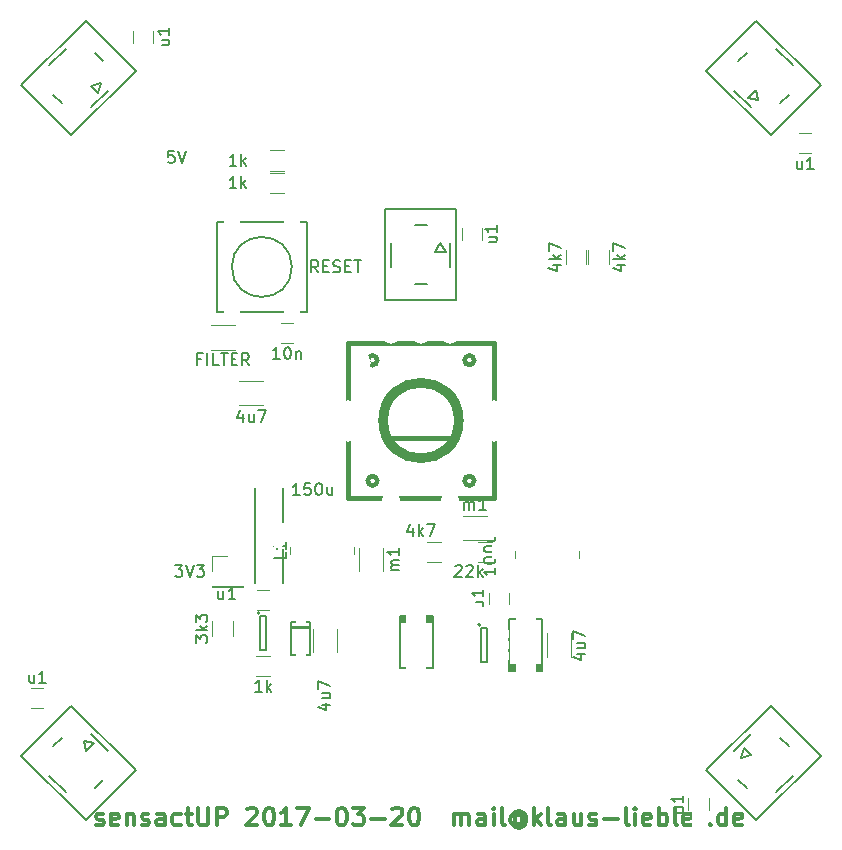
<source format=gto>
G04 #@! TF.FileFunction,Legend,Top*
%FSLAX46Y46*%
G04 Gerber Fmt 4.6, Leading zero omitted, Abs format (unit mm)*
G04 Created by KiCad (PCBNEW 4.0.5) date 03/27/17 18:08:10*
%MOMM*%
%LPD*%
G01*
G04 APERTURE LIST*
%ADD10C,0.100000*%
%ADD11C,0.300000*%
%ADD12C,0.150000*%
%ADD13C,0.120000*%
%ADD14C,0.127000*%
%ADD15C,0.203200*%
%ADD16C,0.200000*%
%ADD17C,0.381000*%
%ADD18C,1.397000*%
%ADD19O,1.500000X2.000000*%
%ADD20R,1.500000X2.000000*%
%ADD21O,2.000000X1.500000*%
%ADD22R,2.000000X1.500000*%
%ADD23R,2.000000X1.700000*%
%ADD24R,1.500000X1.250000*%
%ADD25R,1.250000X1.500000*%
%ADD26R,1.600000X2.000000*%
%ADD27R,1.300000X1.500000*%
%ADD28R,1.500000X1.300000*%
%ADD29R,2.000000X1.600000*%
%ADD30R,1.699260X2.800000*%
%ADD31R,0.850900X1.850900*%
%ADD32R,1.400000X2.200000*%
%ADD33R,5.200000X3.400000*%
%ADD34C,1.600000*%
%ADD35C,3.000000*%
%ADD36R,1.500000X0.650000*%
%ADD37O,1.501140X1.998980*%
%ADD38C,3.500120*%
%ADD39C,0.950000*%
%ADD40O,1.000000X2.200000*%
%ADD41O,2.200000X1.000000*%
%ADD42R,1.700000X1.700000*%
%ADD43O,1.700000X1.700000*%
%ADD44R,3.000000X3.000000*%
G04 APERTURE END LIST*
D10*
D11*
X122502859Y-134211143D02*
X122645716Y-134282571D01*
X122931431Y-134282571D01*
X123074288Y-134211143D01*
X123145716Y-134068286D01*
X123145716Y-133996857D01*
X123074288Y-133854000D01*
X122931431Y-133782571D01*
X122717145Y-133782571D01*
X122574288Y-133711143D01*
X122502859Y-133568286D01*
X122502859Y-133496857D01*
X122574288Y-133354000D01*
X122717145Y-133282571D01*
X122931431Y-133282571D01*
X123074288Y-133354000D01*
X124360002Y-134211143D02*
X124217145Y-134282571D01*
X123931431Y-134282571D01*
X123788574Y-134211143D01*
X123717145Y-134068286D01*
X123717145Y-133496857D01*
X123788574Y-133354000D01*
X123931431Y-133282571D01*
X124217145Y-133282571D01*
X124360002Y-133354000D01*
X124431431Y-133496857D01*
X124431431Y-133639714D01*
X123717145Y-133782571D01*
X125074288Y-133282571D02*
X125074288Y-134282571D01*
X125074288Y-133425429D02*
X125145716Y-133354000D01*
X125288574Y-133282571D01*
X125502859Y-133282571D01*
X125645716Y-133354000D01*
X125717145Y-133496857D01*
X125717145Y-134282571D01*
X126360002Y-134211143D02*
X126502859Y-134282571D01*
X126788574Y-134282571D01*
X126931431Y-134211143D01*
X127002859Y-134068286D01*
X127002859Y-133996857D01*
X126931431Y-133854000D01*
X126788574Y-133782571D01*
X126574288Y-133782571D01*
X126431431Y-133711143D01*
X126360002Y-133568286D01*
X126360002Y-133496857D01*
X126431431Y-133354000D01*
X126574288Y-133282571D01*
X126788574Y-133282571D01*
X126931431Y-133354000D01*
X128288574Y-134282571D02*
X128288574Y-133496857D01*
X128217145Y-133354000D01*
X128074288Y-133282571D01*
X127788574Y-133282571D01*
X127645717Y-133354000D01*
X128288574Y-134211143D02*
X128145717Y-134282571D01*
X127788574Y-134282571D01*
X127645717Y-134211143D01*
X127574288Y-134068286D01*
X127574288Y-133925429D01*
X127645717Y-133782571D01*
X127788574Y-133711143D01*
X128145717Y-133711143D01*
X128288574Y-133639714D01*
X129645717Y-134211143D02*
X129502860Y-134282571D01*
X129217146Y-134282571D01*
X129074288Y-134211143D01*
X129002860Y-134139714D01*
X128931431Y-133996857D01*
X128931431Y-133568286D01*
X129002860Y-133425429D01*
X129074288Y-133354000D01*
X129217146Y-133282571D01*
X129502860Y-133282571D01*
X129645717Y-133354000D01*
X130074288Y-133282571D02*
X130645717Y-133282571D01*
X130288574Y-132782571D02*
X130288574Y-134068286D01*
X130360002Y-134211143D01*
X130502860Y-134282571D01*
X130645717Y-134282571D01*
X131145717Y-132782571D02*
X131145717Y-133996857D01*
X131217145Y-134139714D01*
X131288574Y-134211143D01*
X131431431Y-134282571D01*
X131717145Y-134282571D01*
X131860003Y-134211143D01*
X131931431Y-134139714D01*
X132002860Y-133996857D01*
X132002860Y-132782571D01*
X132717146Y-134282571D02*
X132717146Y-132782571D01*
X133288574Y-132782571D01*
X133431432Y-132854000D01*
X133502860Y-132925429D01*
X133574289Y-133068286D01*
X133574289Y-133282571D01*
X133502860Y-133425429D01*
X133431432Y-133496857D01*
X133288574Y-133568286D01*
X132717146Y-133568286D01*
X135288574Y-132925429D02*
X135360003Y-132854000D01*
X135502860Y-132782571D01*
X135860003Y-132782571D01*
X136002860Y-132854000D01*
X136074289Y-132925429D01*
X136145717Y-133068286D01*
X136145717Y-133211143D01*
X136074289Y-133425429D01*
X135217146Y-134282571D01*
X136145717Y-134282571D01*
X137074288Y-132782571D02*
X137217145Y-132782571D01*
X137360002Y-132854000D01*
X137431431Y-132925429D01*
X137502860Y-133068286D01*
X137574288Y-133354000D01*
X137574288Y-133711143D01*
X137502860Y-133996857D01*
X137431431Y-134139714D01*
X137360002Y-134211143D01*
X137217145Y-134282571D01*
X137074288Y-134282571D01*
X136931431Y-134211143D01*
X136860002Y-134139714D01*
X136788574Y-133996857D01*
X136717145Y-133711143D01*
X136717145Y-133354000D01*
X136788574Y-133068286D01*
X136860002Y-132925429D01*
X136931431Y-132854000D01*
X137074288Y-132782571D01*
X139002859Y-134282571D02*
X138145716Y-134282571D01*
X138574288Y-134282571D02*
X138574288Y-132782571D01*
X138431431Y-132996857D01*
X138288573Y-133139714D01*
X138145716Y-133211143D01*
X139502859Y-132782571D02*
X140502859Y-132782571D01*
X139860002Y-134282571D01*
X141074287Y-133711143D02*
X142217144Y-133711143D01*
X143217144Y-132782571D02*
X143360001Y-132782571D01*
X143502858Y-132854000D01*
X143574287Y-132925429D01*
X143645716Y-133068286D01*
X143717144Y-133354000D01*
X143717144Y-133711143D01*
X143645716Y-133996857D01*
X143574287Y-134139714D01*
X143502858Y-134211143D01*
X143360001Y-134282571D01*
X143217144Y-134282571D01*
X143074287Y-134211143D01*
X143002858Y-134139714D01*
X142931430Y-133996857D01*
X142860001Y-133711143D01*
X142860001Y-133354000D01*
X142931430Y-133068286D01*
X143002858Y-132925429D01*
X143074287Y-132854000D01*
X143217144Y-132782571D01*
X144217144Y-132782571D02*
X145145715Y-132782571D01*
X144645715Y-133354000D01*
X144860001Y-133354000D01*
X145002858Y-133425429D01*
X145074287Y-133496857D01*
X145145715Y-133639714D01*
X145145715Y-133996857D01*
X145074287Y-134139714D01*
X145002858Y-134211143D01*
X144860001Y-134282571D01*
X144431429Y-134282571D01*
X144288572Y-134211143D01*
X144217144Y-134139714D01*
X145788572Y-133711143D02*
X146931429Y-133711143D01*
X147574286Y-132925429D02*
X147645715Y-132854000D01*
X147788572Y-132782571D01*
X148145715Y-132782571D01*
X148288572Y-132854000D01*
X148360001Y-132925429D01*
X148431429Y-133068286D01*
X148431429Y-133211143D01*
X148360001Y-133425429D01*
X147502858Y-134282571D01*
X148431429Y-134282571D01*
X149360000Y-132782571D02*
X149502857Y-132782571D01*
X149645714Y-132854000D01*
X149717143Y-132925429D01*
X149788572Y-133068286D01*
X149860000Y-133354000D01*
X149860000Y-133711143D01*
X149788572Y-133996857D01*
X149717143Y-134139714D01*
X149645714Y-134211143D01*
X149502857Y-134282571D01*
X149360000Y-134282571D01*
X149217143Y-134211143D01*
X149145714Y-134139714D01*
X149074286Y-133996857D01*
X149002857Y-133711143D01*
X149002857Y-133354000D01*
X149074286Y-133068286D01*
X149145714Y-132925429D01*
X149217143Y-132854000D01*
X149360000Y-132782571D01*
X152788571Y-134282571D02*
X152788571Y-133282571D01*
X152788571Y-133425429D02*
X152859999Y-133354000D01*
X153002857Y-133282571D01*
X153217142Y-133282571D01*
X153359999Y-133354000D01*
X153431428Y-133496857D01*
X153431428Y-134282571D01*
X153431428Y-133496857D02*
X153502857Y-133354000D01*
X153645714Y-133282571D01*
X153859999Y-133282571D01*
X154002857Y-133354000D01*
X154074285Y-133496857D01*
X154074285Y-134282571D01*
X155431428Y-134282571D02*
X155431428Y-133496857D01*
X155359999Y-133354000D01*
X155217142Y-133282571D01*
X154931428Y-133282571D01*
X154788571Y-133354000D01*
X155431428Y-134211143D02*
X155288571Y-134282571D01*
X154931428Y-134282571D01*
X154788571Y-134211143D01*
X154717142Y-134068286D01*
X154717142Y-133925429D01*
X154788571Y-133782571D01*
X154931428Y-133711143D01*
X155288571Y-133711143D01*
X155431428Y-133639714D01*
X156145714Y-134282571D02*
X156145714Y-133282571D01*
X156145714Y-132782571D02*
X156074285Y-132854000D01*
X156145714Y-132925429D01*
X156217142Y-132854000D01*
X156145714Y-132782571D01*
X156145714Y-132925429D01*
X157074286Y-134282571D02*
X156931428Y-134211143D01*
X156860000Y-134068286D01*
X156860000Y-132782571D01*
X158574285Y-133568286D02*
X158502857Y-133496857D01*
X158360000Y-133425429D01*
X158217142Y-133425429D01*
X158074285Y-133496857D01*
X158002857Y-133568286D01*
X157931428Y-133711143D01*
X157931428Y-133854000D01*
X158002857Y-133996857D01*
X158074285Y-134068286D01*
X158217142Y-134139714D01*
X158360000Y-134139714D01*
X158502857Y-134068286D01*
X158574285Y-133996857D01*
X158574285Y-133425429D02*
X158574285Y-133996857D01*
X158645714Y-134068286D01*
X158717142Y-134068286D01*
X158860000Y-133996857D01*
X158931428Y-133854000D01*
X158931428Y-133496857D01*
X158788571Y-133282571D01*
X158574285Y-133139714D01*
X158288571Y-133068286D01*
X158002857Y-133139714D01*
X157788571Y-133282571D01*
X157645714Y-133496857D01*
X157574285Y-133782571D01*
X157645714Y-134068286D01*
X157788571Y-134282571D01*
X158002857Y-134425429D01*
X158288571Y-134496857D01*
X158574285Y-134425429D01*
X158788571Y-134282571D01*
X159574285Y-134282571D02*
X159574285Y-132782571D01*
X159717142Y-133711143D02*
X160145713Y-134282571D01*
X160145713Y-133282571D02*
X159574285Y-133854000D01*
X161002857Y-134282571D02*
X160859999Y-134211143D01*
X160788571Y-134068286D01*
X160788571Y-132782571D01*
X162217142Y-134282571D02*
X162217142Y-133496857D01*
X162145713Y-133354000D01*
X162002856Y-133282571D01*
X161717142Y-133282571D01*
X161574285Y-133354000D01*
X162217142Y-134211143D02*
X162074285Y-134282571D01*
X161717142Y-134282571D01*
X161574285Y-134211143D01*
X161502856Y-134068286D01*
X161502856Y-133925429D01*
X161574285Y-133782571D01*
X161717142Y-133711143D01*
X162074285Y-133711143D01*
X162217142Y-133639714D01*
X163574285Y-133282571D02*
X163574285Y-134282571D01*
X162931428Y-133282571D02*
X162931428Y-134068286D01*
X163002856Y-134211143D01*
X163145714Y-134282571D01*
X163359999Y-134282571D01*
X163502856Y-134211143D01*
X163574285Y-134139714D01*
X164217142Y-134211143D02*
X164359999Y-134282571D01*
X164645714Y-134282571D01*
X164788571Y-134211143D01*
X164859999Y-134068286D01*
X164859999Y-133996857D01*
X164788571Y-133854000D01*
X164645714Y-133782571D01*
X164431428Y-133782571D01*
X164288571Y-133711143D01*
X164217142Y-133568286D01*
X164217142Y-133496857D01*
X164288571Y-133354000D01*
X164431428Y-133282571D01*
X164645714Y-133282571D01*
X164788571Y-133354000D01*
X165502857Y-133711143D02*
X166645714Y-133711143D01*
X167574286Y-134282571D02*
X167431428Y-134211143D01*
X167360000Y-134068286D01*
X167360000Y-132782571D01*
X168145714Y-134282571D02*
X168145714Y-133282571D01*
X168145714Y-132782571D02*
X168074285Y-132854000D01*
X168145714Y-132925429D01*
X168217142Y-132854000D01*
X168145714Y-132782571D01*
X168145714Y-132925429D01*
X169431428Y-134211143D02*
X169288571Y-134282571D01*
X169002857Y-134282571D01*
X168860000Y-134211143D01*
X168788571Y-134068286D01*
X168788571Y-133496857D01*
X168860000Y-133354000D01*
X169002857Y-133282571D01*
X169288571Y-133282571D01*
X169431428Y-133354000D01*
X169502857Y-133496857D01*
X169502857Y-133639714D01*
X168788571Y-133782571D01*
X170145714Y-134282571D02*
X170145714Y-132782571D01*
X170145714Y-133354000D02*
X170288571Y-133282571D01*
X170574285Y-133282571D01*
X170717142Y-133354000D01*
X170788571Y-133425429D01*
X170860000Y-133568286D01*
X170860000Y-133996857D01*
X170788571Y-134139714D01*
X170717142Y-134211143D01*
X170574285Y-134282571D01*
X170288571Y-134282571D01*
X170145714Y-134211143D01*
X171717143Y-134282571D02*
X171574285Y-134211143D01*
X171502857Y-134068286D01*
X171502857Y-132782571D01*
X172859999Y-134211143D02*
X172717142Y-134282571D01*
X172431428Y-134282571D01*
X172288571Y-134211143D01*
X172217142Y-134068286D01*
X172217142Y-133496857D01*
X172288571Y-133354000D01*
X172431428Y-133282571D01*
X172717142Y-133282571D01*
X172859999Y-133354000D01*
X172931428Y-133496857D01*
X172931428Y-133639714D01*
X172217142Y-133782571D01*
X173574285Y-134282571D02*
X173574285Y-133282571D01*
X173574285Y-133568286D02*
X173645713Y-133425429D01*
X173717142Y-133354000D01*
X173859999Y-133282571D01*
X174002856Y-133282571D01*
X174502856Y-134139714D02*
X174574284Y-134211143D01*
X174502856Y-134282571D01*
X174431427Y-134211143D01*
X174502856Y-134139714D01*
X174502856Y-134282571D01*
X175859999Y-134282571D02*
X175859999Y-132782571D01*
X175859999Y-134211143D02*
X175717142Y-134282571D01*
X175431428Y-134282571D01*
X175288570Y-134211143D01*
X175217142Y-134139714D01*
X175145713Y-133996857D01*
X175145713Y-133568286D01*
X175217142Y-133425429D01*
X175288570Y-133354000D01*
X175431428Y-133282571D01*
X175717142Y-133282571D01*
X175859999Y-133354000D01*
X177145713Y-134211143D02*
X177002856Y-134282571D01*
X176717142Y-134282571D01*
X176574285Y-134211143D01*
X176502856Y-134068286D01*
X176502856Y-133496857D01*
X176574285Y-133354000D01*
X176717142Y-133282571D01*
X177002856Y-133282571D01*
X177145713Y-133354000D01*
X177217142Y-133496857D01*
X177217142Y-133639714D01*
X176502856Y-133782571D01*
D12*
X139065000Y-86995000D02*
G75*
G03X139065000Y-86995000I-2540000J0D01*
G01*
X140335000Y-83185000D02*
X140335000Y-90805000D01*
X140335000Y-90805000D02*
X132715000Y-90805000D01*
X132715000Y-90805000D02*
X132715000Y-83185000D01*
X140335000Y-83185000D02*
X132715000Y-83185000D01*
D13*
X134223000Y-94034000D02*
X132223000Y-94034000D01*
X132223000Y-91894000D02*
X134223000Y-91894000D01*
X183000000Y-75650000D02*
X182000000Y-75650000D01*
X182000000Y-77350000D02*
X183000000Y-77350000D01*
X174350000Y-133000000D02*
X174350000Y-132000000D01*
X172650000Y-132000000D02*
X172650000Y-133000000D01*
X142879000Y-119618000D02*
X142879000Y-117618000D01*
X140839000Y-117618000D02*
X140839000Y-119618000D01*
X125650000Y-67000000D02*
X125650000Y-68000000D01*
X127350000Y-68000000D02*
X127350000Y-67000000D01*
X155155000Y-84701000D02*
X155155000Y-83701000D01*
X153455000Y-83701000D02*
X153455000Y-84701000D01*
X117000000Y-124350000D02*
X118000000Y-124350000D01*
X118000000Y-122650000D02*
X117000000Y-122650000D01*
X136152000Y-116039000D02*
X137152000Y-116039000D01*
X137152000Y-114339000D02*
X136152000Y-114339000D01*
X162251500Y-86769500D02*
X162251500Y-85569500D01*
X164011500Y-85569500D02*
X164011500Y-86769500D01*
X146816000Y-112760000D02*
X146816000Y-110760000D01*
X144776000Y-110760000D02*
X144776000Y-112760000D01*
X154848000Y-110245000D02*
X156048000Y-110245000D01*
X156048000Y-112005000D02*
X154848000Y-112005000D01*
X150530000Y-110245000D02*
X151730000Y-110245000D01*
X151730000Y-112005000D02*
X150530000Y-112005000D01*
X132343000Y-118202000D02*
X132343000Y-117002000D01*
X134103000Y-117002000D02*
X134103000Y-118202000D01*
X137252000Y-121657000D02*
X136052000Y-121657000D01*
X136052000Y-119897000D02*
X137252000Y-119897000D01*
X162691000Y-119999000D02*
X162691000Y-117999000D01*
X160651000Y-117999000D02*
X160651000Y-119999000D01*
X153559000Y-110113000D02*
X155559000Y-110113000D01*
X155559000Y-108073000D02*
X153559000Y-108073000D01*
X157441000Y-115562000D02*
X157441000Y-114562000D01*
X155741000Y-114562000D02*
X155741000Y-115562000D01*
X164156500Y-86769500D02*
X164156500Y-85569500D01*
X165916500Y-85569500D02*
X165916500Y-86769500D01*
D14*
X157477460Y-121099580D02*
X160276540Y-121099580D01*
X160276540Y-120997980D02*
X157477460Y-120997980D01*
X157477460Y-120898920D02*
X160276540Y-120898920D01*
X160276540Y-120799860D02*
X157477460Y-120799860D01*
X160276540Y-120698260D02*
X157477460Y-120698260D01*
X160276540Y-121198640D02*
X160276540Y-116799360D01*
X160276540Y-116799360D02*
X157477460Y-116799360D01*
X157477460Y-116799360D02*
X157477460Y-121198640D01*
X157477460Y-121198640D02*
X160276540Y-121198640D01*
X140627100Y-117591840D02*
X139026900Y-117591840D01*
X139026900Y-117490240D02*
X140627100Y-117490240D01*
X139026900Y-119890540D02*
X139026900Y-117091460D01*
X139026900Y-117091460D02*
X140627100Y-117091460D01*
X140627100Y-117091460D02*
X140627100Y-119890540D01*
X140627100Y-119890540D02*
X139026900Y-119890540D01*
X151005540Y-116644420D02*
X148206460Y-116644420D01*
X148206460Y-116746020D02*
X151005540Y-116746020D01*
X151005540Y-116845080D02*
X148206460Y-116845080D01*
X148206460Y-116944140D02*
X151005540Y-116944140D01*
X148206460Y-117045740D02*
X151005540Y-117045740D01*
X148206460Y-116545360D02*
X148206460Y-120944640D01*
X148206460Y-120944640D02*
X151005540Y-120944640D01*
X151005540Y-120944640D02*
X151005540Y-116545360D01*
X151005540Y-116545360D02*
X148206460Y-116545360D01*
D15*
X151637000Y-84979000D02*
X151187000Y-85729000D01*
X151187000Y-85729000D02*
X152087000Y-85729000D01*
X152087000Y-85729000D02*
X151637000Y-84979000D01*
X147487000Y-84979000D02*
X147487000Y-86979000D01*
X149487000Y-88479000D02*
X150487000Y-88479000D01*
X152487000Y-84979000D02*
X152487000Y-86979000D01*
X149487000Y-83479000D02*
X150487000Y-83479000D01*
D16*
X146987000Y-89829000D02*
X146987000Y-82129000D01*
X152987000Y-89829000D02*
X146987000Y-89829000D01*
X146987000Y-82129000D02*
X152987000Y-82129000D01*
X152987000Y-82129000D02*
X152987000Y-89829000D01*
D15*
X121459619Y-127126167D02*
X121671751Y-127974695D01*
X121671751Y-127974695D02*
X122308148Y-127338299D01*
X122308148Y-127338299D02*
X121459619Y-127126167D01*
X118525126Y-130060660D02*
X119939340Y-131474874D01*
X122414214Y-131121320D02*
X123121320Y-130414214D01*
X122060660Y-126525126D02*
X123474874Y-127939340D01*
X118878680Y-127585786D02*
X119585786Y-126878680D01*
D16*
X121601041Y-133843681D02*
X116156319Y-128398959D01*
X125843681Y-129601041D02*
X121601041Y-133843681D01*
X116156319Y-128398959D02*
X120398959Y-124156319D01*
X120398959Y-124156319D02*
X125843681Y-129601041D01*
D15*
X122873833Y-71459619D02*
X122025305Y-71671751D01*
X122025305Y-71671751D02*
X122661701Y-72308148D01*
X122661701Y-72308148D02*
X122873833Y-71459619D01*
X119939340Y-68525126D02*
X118525126Y-69939340D01*
X118878680Y-72414214D02*
X119585786Y-73121320D01*
X123474874Y-72060660D02*
X122060660Y-73474874D01*
X122414214Y-68878680D02*
X123121320Y-69585786D01*
D16*
X116156319Y-71601041D02*
X121601041Y-66156319D01*
X120398959Y-75843681D02*
X116156319Y-71601041D01*
X121601041Y-66156319D02*
X125843681Y-70398959D01*
X125843681Y-70398959D02*
X120398959Y-75843681D01*
D15*
X178540381Y-72873833D02*
X178328249Y-72025305D01*
X178328249Y-72025305D02*
X177691852Y-72661701D01*
X177691852Y-72661701D02*
X178540381Y-72873833D01*
X181474874Y-69939340D02*
X180060660Y-68525126D01*
X177585786Y-68878680D02*
X176878680Y-69585786D01*
X177939340Y-73474874D02*
X176525126Y-72060660D01*
X181121320Y-72414214D02*
X180414214Y-73121320D01*
D16*
X178398959Y-66156319D02*
X183843681Y-71601041D01*
X174156319Y-70398959D02*
X178398959Y-66156319D01*
X183843681Y-71601041D02*
X179601041Y-75843681D01*
X179601041Y-75843681D02*
X174156319Y-70398959D01*
D15*
X177126167Y-128540381D02*
X177974695Y-128328249D01*
X177974695Y-128328249D02*
X177338299Y-127691852D01*
X177338299Y-127691852D02*
X177126167Y-128540381D01*
X180060660Y-131474874D02*
X181474874Y-130060660D01*
X181121320Y-127585786D02*
X180414214Y-126878680D01*
X176525126Y-127939340D02*
X177939340Y-126525126D01*
X177585786Y-131121320D02*
X176878680Y-130414214D01*
D16*
X183843681Y-128398959D02*
X178398959Y-133843681D01*
X179601041Y-124156319D02*
X183843681Y-128398959D01*
X178398959Y-133843681D02*
X174156319Y-129601041D01*
X174156319Y-129601041D02*
X179601041Y-124156319D01*
D10*
X144305000Y-111298000D02*
X144305000Y-110698000D01*
X138905000Y-111298000D02*
X138905000Y-110698000D01*
X163355000Y-111679000D02*
X163355000Y-111079000D01*
X157955000Y-111679000D02*
X157955000Y-111079000D01*
D12*
X155021000Y-117299000D02*
G75*
G03X155021000Y-117299000I-100000J0D01*
G01*
X155571000Y-117549000D02*
X155071000Y-117549000D01*
X155571000Y-120449000D02*
X155571000Y-117549000D01*
X155071000Y-120449000D02*
X155571000Y-120449000D01*
X155071000Y-117549000D02*
X155071000Y-120449000D01*
X136352000Y-116283000D02*
G75*
G03X136352000Y-116283000I-100000J0D01*
G01*
X136902000Y-116533000D02*
X136402000Y-116533000D01*
X136902000Y-119433000D02*
X136902000Y-116533000D01*
X136402000Y-119433000D02*
X136902000Y-119433000D01*
X136402000Y-116533000D02*
X136402000Y-119433000D01*
D17*
X146301760Y-94899680D02*
G75*
G03X146301760Y-94899680I-401320J0D01*
G01*
X154500880Y-94899680D02*
G75*
G03X154500880Y-94899680I-401320J0D01*
G01*
X146299220Y-105100320D02*
G75*
G03X146299220Y-105100320I-398780J0D01*
G01*
X154500880Y-105100320D02*
G75*
G03X154500880Y-105100320I-401320J0D01*
G01*
X152600960Y-101501140D02*
X147399040Y-101501140D01*
X152999740Y-100000000D02*
G75*
G03X152999740Y-100000000I-2999740J0D01*
G01*
X153401060Y-100000000D02*
G75*
G03X153401060Y-100000000I-3401060J0D01*
G01*
X156200140Y-93401080D02*
X143799860Y-93401080D01*
X143799860Y-93401080D02*
X143799860Y-106598920D01*
X143799860Y-106598920D02*
X156200140Y-106598920D01*
X156200140Y-106598920D02*
X156200140Y-93401080D01*
D13*
X138395000Y-80763000D02*
X137195000Y-80763000D01*
X137195000Y-79003000D02*
X138395000Y-79003000D01*
X138395000Y-78858000D02*
X137195000Y-78858000D01*
X137195000Y-77098000D02*
X138395000Y-77098000D01*
X136636000Y-96643000D02*
X134636000Y-96643000D01*
X134636000Y-98683000D02*
X136636000Y-98683000D01*
X139184000Y-91733000D02*
X138184000Y-91733000D01*
X138184000Y-93433000D02*
X139184000Y-93433000D01*
D12*
X138306000Y-113728000D02*
X138306000Y-110878000D01*
X138306000Y-105728000D02*
X138306000Y-108578000D01*
X135956000Y-113728000D02*
X135956000Y-105728000D01*
D13*
X132274000Y-114046000D02*
X132274000Y-114106000D01*
X132274000Y-114106000D02*
X134934000Y-114106000D01*
X134934000Y-114106000D02*
X134934000Y-114046000D01*
X134934000Y-114046000D02*
X132274000Y-114046000D01*
X132274000Y-112776000D02*
X132274000Y-111446000D01*
X132274000Y-111446000D02*
X133604000Y-111446000D01*
D12*
X141295619Y-87447381D02*
X140962285Y-86971190D01*
X140724190Y-87447381D02*
X140724190Y-86447381D01*
X141105143Y-86447381D01*
X141200381Y-86495000D01*
X141248000Y-86542619D01*
X141295619Y-86637857D01*
X141295619Y-86780714D01*
X141248000Y-86875952D01*
X141200381Y-86923571D01*
X141105143Y-86971190D01*
X140724190Y-86971190D01*
X141724190Y-86923571D02*
X142057524Y-86923571D01*
X142200381Y-87447381D02*
X141724190Y-87447381D01*
X141724190Y-86447381D01*
X142200381Y-86447381D01*
X142581333Y-87399762D02*
X142724190Y-87447381D01*
X142962286Y-87447381D01*
X143057524Y-87399762D01*
X143105143Y-87352143D01*
X143152762Y-87256905D01*
X143152762Y-87161667D01*
X143105143Y-87066429D01*
X143057524Y-87018810D01*
X142962286Y-86971190D01*
X142771809Y-86923571D01*
X142676571Y-86875952D01*
X142628952Y-86828333D01*
X142581333Y-86733095D01*
X142581333Y-86637857D01*
X142628952Y-86542619D01*
X142676571Y-86495000D01*
X142771809Y-86447381D01*
X143009905Y-86447381D01*
X143152762Y-86495000D01*
X143581333Y-86923571D02*
X143914667Y-86923571D01*
X144057524Y-87447381D02*
X143581333Y-87447381D01*
X143581333Y-86447381D01*
X144057524Y-86447381D01*
X144343238Y-86447381D02*
X144914667Y-86447381D01*
X144628952Y-87447381D02*
X144628952Y-86447381D01*
X131389667Y-94792571D02*
X131056333Y-94792571D01*
X131056333Y-95316381D02*
X131056333Y-94316381D01*
X131532524Y-94316381D01*
X131913476Y-95316381D02*
X131913476Y-94316381D01*
X132865857Y-95316381D02*
X132389666Y-95316381D01*
X132389666Y-94316381D01*
X133056333Y-94316381D02*
X133627762Y-94316381D01*
X133342047Y-95316381D02*
X133342047Y-94316381D01*
X133961095Y-94792571D02*
X134294429Y-94792571D01*
X134437286Y-95316381D02*
X133961095Y-95316381D01*
X133961095Y-94316381D01*
X134437286Y-94316381D01*
X135437286Y-95316381D02*
X135103952Y-94840190D01*
X134865857Y-95316381D02*
X134865857Y-94316381D01*
X135246810Y-94316381D01*
X135342048Y-94364000D01*
X135389667Y-94411619D01*
X135437286Y-94506857D01*
X135437286Y-94649714D01*
X135389667Y-94744952D01*
X135342048Y-94792571D01*
X135246810Y-94840190D01*
X134865857Y-94840190D01*
X182238096Y-78035714D02*
X182238096Y-78702381D01*
X181809524Y-78035714D02*
X181809524Y-78559524D01*
X181857143Y-78654762D01*
X181952381Y-78702381D01*
X182095239Y-78702381D01*
X182190477Y-78654762D01*
X182238096Y-78607143D01*
X183238096Y-78702381D02*
X182666667Y-78702381D01*
X182952381Y-78702381D02*
X182952381Y-77702381D01*
X182857143Y-77845238D01*
X182761905Y-77940476D01*
X182666667Y-77988095D01*
X171535714Y-132761904D02*
X172202381Y-132761904D01*
X171535714Y-133190476D02*
X172059524Y-133190476D01*
X172154762Y-133142857D01*
X172202381Y-133047619D01*
X172202381Y-132904761D01*
X172154762Y-132809523D01*
X172107143Y-132761904D01*
X172202381Y-131761904D02*
X172202381Y-132333333D01*
X172202381Y-132047619D02*
X171202381Y-132047619D01*
X171345238Y-132142857D01*
X171440476Y-132238095D01*
X171488095Y-132333333D01*
X141644714Y-124055095D02*
X142311381Y-124055095D01*
X141263762Y-124293191D02*
X141978048Y-124531286D01*
X141978048Y-123912238D01*
X141644714Y-123102714D02*
X142311381Y-123102714D01*
X141644714Y-123531286D02*
X142168524Y-123531286D01*
X142263762Y-123483667D01*
X142311381Y-123388429D01*
X142311381Y-123245571D01*
X142263762Y-123150333D01*
X142216143Y-123102714D01*
X141311381Y-122721762D02*
X141311381Y-122055095D01*
X142311381Y-122483667D01*
X128035714Y-67761904D02*
X128702381Y-67761904D01*
X128035714Y-68190476D02*
X128559524Y-68190476D01*
X128654762Y-68142857D01*
X128702381Y-68047619D01*
X128702381Y-67904761D01*
X128654762Y-67809523D01*
X128607143Y-67761904D01*
X128702381Y-66761904D02*
X128702381Y-67333333D01*
X128702381Y-67047619D02*
X127702381Y-67047619D01*
X127845238Y-67142857D01*
X127940476Y-67238095D01*
X127988095Y-67333333D01*
X155741714Y-84462904D02*
X156408381Y-84462904D01*
X155741714Y-84891476D02*
X156265524Y-84891476D01*
X156360762Y-84843857D01*
X156408381Y-84748619D01*
X156408381Y-84605761D01*
X156360762Y-84510523D01*
X156313143Y-84462904D01*
X156408381Y-83462904D02*
X156408381Y-84034333D01*
X156408381Y-83748619D02*
X155408381Y-83748619D01*
X155551238Y-83843857D01*
X155646476Y-83939095D01*
X155694095Y-84034333D01*
X117238096Y-121535714D02*
X117238096Y-122202381D01*
X116809524Y-121535714D02*
X116809524Y-122059524D01*
X116857143Y-122154762D01*
X116952381Y-122202381D01*
X117095239Y-122202381D01*
X117190477Y-122154762D01*
X117238096Y-122107143D01*
X118238096Y-122202381D02*
X117666667Y-122202381D01*
X117952381Y-122202381D02*
X117952381Y-121202381D01*
X117857143Y-121345238D01*
X117761905Y-121440476D01*
X117666667Y-121488095D01*
X133278596Y-114466714D02*
X133278596Y-115133381D01*
X132850024Y-114466714D02*
X132850024Y-114990524D01*
X132897643Y-115085762D01*
X132992881Y-115133381D01*
X133135739Y-115133381D01*
X133230977Y-115085762D01*
X133278596Y-115038143D01*
X134278596Y-115133381D02*
X133707167Y-115133381D01*
X133992881Y-115133381D02*
X133992881Y-114133381D01*
X133897643Y-114276238D01*
X133802405Y-114371476D01*
X133707167Y-114419095D01*
X161167214Y-86859976D02*
X161833881Y-86859976D01*
X160786262Y-87098072D02*
X161500548Y-87336167D01*
X161500548Y-86717119D01*
X161833881Y-86336167D02*
X160833881Y-86336167D01*
X161452929Y-86240929D02*
X161833881Y-85955214D01*
X161167214Y-85955214D02*
X161548167Y-86336167D01*
X160833881Y-85621881D02*
X160833881Y-84955214D01*
X161833881Y-85383786D01*
X148153381Y-112664762D02*
X147486714Y-112664762D01*
X147581952Y-112664762D02*
X147534333Y-112617143D01*
X147486714Y-112521905D01*
X147486714Y-112379047D01*
X147534333Y-112283809D01*
X147629571Y-112236190D01*
X148153381Y-112236190D01*
X147629571Y-112236190D02*
X147534333Y-112188571D01*
X147486714Y-112093333D01*
X147486714Y-111950476D01*
X147534333Y-111855238D01*
X147629571Y-111807619D01*
X148153381Y-111807619D01*
X148153381Y-110807619D02*
X148153381Y-111379048D01*
X148153381Y-111093334D02*
X147153381Y-111093334D01*
X147296238Y-111188572D01*
X147391476Y-111283810D01*
X147439095Y-111379048D01*
X152884333Y-112323619D02*
X152931952Y-112276000D01*
X153027190Y-112228381D01*
X153265286Y-112228381D01*
X153360524Y-112276000D01*
X153408143Y-112323619D01*
X153455762Y-112418857D01*
X153455762Y-112514095D01*
X153408143Y-112656952D01*
X152836714Y-113228381D01*
X153455762Y-113228381D01*
X153836714Y-112323619D02*
X153884333Y-112276000D01*
X153979571Y-112228381D01*
X154217667Y-112228381D01*
X154312905Y-112276000D01*
X154360524Y-112323619D01*
X154408143Y-112418857D01*
X154408143Y-112514095D01*
X154360524Y-112656952D01*
X153789095Y-113228381D01*
X154408143Y-113228381D01*
X154836714Y-113228381D02*
X154836714Y-112228381D01*
X154931952Y-112847429D02*
X155217667Y-113228381D01*
X155217667Y-112561714D02*
X154836714Y-112942667D01*
X149296524Y-109132714D02*
X149296524Y-109799381D01*
X149058428Y-108751762D02*
X148820333Y-109466048D01*
X149439381Y-109466048D01*
X149820333Y-109799381D02*
X149820333Y-108799381D01*
X149915571Y-109418429D02*
X150201286Y-109799381D01*
X150201286Y-109132714D02*
X149820333Y-109513667D01*
X150534619Y-108799381D02*
X151201286Y-108799381D01*
X150772714Y-109799381D01*
X130925381Y-118816286D02*
X130925381Y-118197238D01*
X131306333Y-118530572D01*
X131306333Y-118387714D01*
X131353952Y-118292476D01*
X131401571Y-118244857D01*
X131496810Y-118197238D01*
X131734905Y-118197238D01*
X131830143Y-118244857D01*
X131877762Y-118292476D01*
X131925381Y-118387714D01*
X131925381Y-118673429D01*
X131877762Y-118768667D01*
X131830143Y-118816286D01*
X131925381Y-117768667D02*
X130925381Y-117768667D01*
X131544429Y-117673429D02*
X131925381Y-117387714D01*
X131258714Y-117387714D02*
X131639667Y-117768667D01*
X130925381Y-117054381D02*
X130925381Y-116435333D01*
X131306333Y-116768667D01*
X131306333Y-116625809D01*
X131353952Y-116530571D01*
X131401571Y-116482952D01*
X131496810Y-116435333D01*
X131734905Y-116435333D01*
X131830143Y-116482952D01*
X131877762Y-116530571D01*
X131925381Y-116625809D01*
X131925381Y-116911524D01*
X131877762Y-117006762D01*
X131830143Y-117054381D01*
X136532953Y-122979381D02*
X135961524Y-122979381D01*
X136247238Y-122979381D02*
X136247238Y-121979381D01*
X136152000Y-122122238D01*
X136056762Y-122217476D01*
X135961524Y-122265095D01*
X136961524Y-122979381D02*
X136961524Y-121979381D01*
X137056762Y-122598429D02*
X137342477Y-122979381D01*
X137342477Y-122312714D02*
X136961524Y-122693667D01*
X163234714Y-119800595D02*
X163901381Y-119800595D01*
X162853762Y-120038691D02*
X163568048Y-120276786D01*
X163568048Y-119657738D01*
X163234714Y-118848214D02*
X163901381Y-118848214D01*
X163234714Y-119276786D02*
X163758524Y-119276786D01*
X163853762Y-119229167D01*
X163901381Y-119133929D01*
X163901381Y-118991071D01*
X163853762Y-118895833D01*
X163806143Y-118848214D01*
X162901381Y-118467262D02*
X162901381Y-117800595D01*
X163901381Y-118229167D01*
X153654238Y-107545381D02*
X153654238Y-106878714D01*
X153654238Y-106973952D02*
X153701857Y-106926333D01*
X153797095Y-106878714D01*
X153939953Y-106878714D01*
X154035191Y-106926333D01*
X154082810Y-107021571D01*
X154082810Y-107545381D01*
X154082810Y-107021571D02*
X154130429Y-106926333D01*
X154225667Y-106878714D01*
X154368524Y-106878714D01*
X154463762Y-106926333D01*
X154511381Y-107021571D01*
X154511381Y-107545381D01*
X155511381Y-107545381D02*
X154939952Y-107545381D01*
X155225666Y-107545381D02*
X155225666Y-106545381D01*
X155130428Y-106688238D01*
X155035190Y-106783476D01*
X154939952Y-106831095D01*
X154626714Y-115323904D02*
X155293381Y-115323904D01*
X154626714Y-115752476D02*
X155150524Y-115752476D01*
X155245762Y-115704857D01*
X155293381Y-115609619D01*
X155293381Y-115466761D01*
X155245762Y-115371523D01*
X155198143Y-115323904D01*
X155293381Y-114323904D02*
X155293381Y-114895333D01*
X155293381Y-114609619D02*
X154293381Y-114609619D01*
X154436238Y-114704857D01*
X154531476Y-114800095D01*
X154579095Y-114895333D01*
X166621214Y-86864976D02*
X167287881Y-86864976D01*
X166240262Y-87103072D02*
X166954548Y-87341167D01*
X166954548Y-86722119D01*
X167287881Y-86341167D02*
X166287881Y-86341167D01*
X166906929Y-86245929D02*
X167287881Y-85960214D01*
X166621214Y-85960214D02*
X167002167Y-86341167D01*
X166287881Y-85626881D02*
X166287881Y-84960214D01*
X167287881Y-85388786D01*
X138557381Y-111164666D02*
X138557381Y-111640857D01*
X137557381Y-111640857D01*
X138557381Y-110307523D02*
X138557381Y-110878952D01*
X138557381Y-110593238D02*
X137557381Y-110593238D01*
X137700238Y-110688476D01*
X137795476Y-110783714D01*
X137843095Y-110878952D01*
X139723953Y-106306881D02*
X139152524Y-106306881D01*
X139438238Y-106306881D02*
X139438238Y-105306881D01*
X139343000Y-105449738D01*
X139247762Y-105544976D01*
X139152524Y-105592595D01*
X140628715Y-105306881D02*
X140152524Y-105306881D01*
X140104905Y-105783071D01*
X140152524Y-105735452D01*
X140247762Y-105687833D01*
X140485858Y-105687833D01*
X140581096Y-105735452D01*
X140628715Y-105783071D01*
X140676334Y-105878310D01*
X140676334Y-106116405D01*
X140628715Y-106211643D01*
X140581096Y-106259262D01*
X140485858Y-106306881D01*
X140247762Y-106306881D01*
X140152524Y-106259262D01*
X140104905Y-106211643D01*
X141295381Y-105306881D02*
X141390620Y-105306881D01*
X141485858Y-105354500D01*
X141533477Y-105402119D01*
X141581096Y-105497357D01*
X141628715Y-105687833D01*
X141628715Y-105925929D01*
X141581096Y-106116405D01*
X141533477Y-106211643D01*
X141485858Y-106259262D01*
X141390620Y-106306881D01*
X141295381Y-106306881D01*
X141200143Y-106259262D01*
X141152524Y-106211643D01*
X141104905Y-106116405D01*
X141057286Y-105925929D01*
X141057286Y-105687833D01*
X141104905Y-105497357D01*
X141152524Y-105402119D01*
X141200143Y-105354500D01*
X141295381Y-105306881D01*
X142485858Y-105640214D02*
X142485858Y-106306881D01*
X142057286Y-105640214D02*
X142057286Y-106164024D01*
X142104905Y-106259262D01*
X142200143Y-106306881D01*
X142343001Y-106306881D01*
X142438239Y-106259262D01*
X142485858Y-106211643D01*
X156307381Y-112498047D02*
X156307381Y-113069476D01*
X156307381Y-112783762D02*
X155307381Y-112783762D01*
X155450238Y-112879000D01*
X155545476Y-112974238D01*
X155593095Y-113069476D01*
X155307381Y-111879000D02*
X155307381Y-111783761D01*
X155355000Y-111688523D01*
X155402619Y-111640904D01*
X155497857Y-111593285D01*
X155688333Y-111545666D01*
X155926429Y-111545666D01*
X156116905Y-111593285D01*
X156212143Y-111640904D01*
X156259762Y-111688523D01*
X156307381Y-111783761D01*
X156307381Y-111879000D01*
X156259762Y-111974238D01*
X156212143Y-112021857D01*
X156116905Y-112069476D01*
X155926429Y-112117095D01*
X155688333Y-112117095D01*
X155497857Y-112069476D01*
X155402619Y-112021857D01*
X155355000Y-111974238D01*
X155307381Y-111879000D01*
X155307381Y-110926619D02*
X155307381Y-110831380D01*
X155355000Y-110736142D01*
X155402619Y-110688523D01*
X155497857Y-110640904D01*
X155688333Y-110593285D01*
X155926429Y-110593285D01*
X156116905Y-110640904D01*
X156212143Y-110688523D01*
X156259762Y-110736142D01*
X156307381Y-110831380D01*
X156307381Y-110926619D01*
X156259762Y-111021857D01*
X156212143Y-111069476D01*
X156116905Y-111117095D01*
X155926429Y-111164714D01*
X155688333Y-111164714D01*
X155497857Y-111117095D01*
X155402619Y-111069476D01*
X155355000Y-111021857D01*
X155307381Y-110926619D01*
X155640714Y-109736142D02*
X156307381Y-109736142D01*
X155640714Y-110164714D02*
X156164524Y-110164714D01*
X156259762Y-110117095D01*
X156307381Y-110021857D01*
X156307381Y-109878999D01*
X156259762Y-109783761D01*
X156212143Y-109736142D01*
X134373953Y-80335381D02*
X133802524Y-80335381D01*
X134088238Y-80335381D02*
X134088238Y-79335381D01*
X133993000Y-79478238D01*
X133897762Y-79573476D01*
X133802524Y-79621095D01*
X134802524Y-80335381D02*
X134802524Y-79335381D01*
X134897762Y-79954429D02*
X135183477Y-80335381D01*
X135183477Y-79668714D02*
X134802524Y-80049667D01*
X134373953Y-78430381D02*
X133802524Y-78430381D01*
X134088238Y-78430381D02*
X134088238Y-77430381D01*
X133993000Y-77573238D01*
X133897762Y-77668476D01*
X133802524Y-77716095D01*
X134802524Y-78430381D02*
X134802524Y-77430381D01*
X134897762Y-78049429D02*
X135183477Y-78430381D01*
X135183477Y-77763714D02*
X134802524Y-78144667D01*
X134897905Y-99448714D02*
X134897905Y-100115381D01*
X134659809Y-99067762D02*
X134421714Y-99782048D01*
X135040762Y-99782048D01*
X135850286Y-99448714D02*
X135850286Y-100115381D01*
X135421714Y-99448714D02*
X135421714Y-99972524D01*
X135469333Y-100067762D01*
X135564571Y-100115381D01*
X135707429Y-100115381D01*
X135802667Y-100067762D01*
X135850286Y-100020143D01*
X136231238Y-99115381D02*
X136897905Y-99115381D01*
X136469333Y-100115381D01*
X138041143Y-94785381D02*
X137469714Y-94785381D01*
X137755428Y-94785381D02*
X137755428Y-93785381D01*
X137660190Y-93928238D01*
X137564952Y-94023476D01*
X137469714Y-94071095D01*
X138660190Y-93785381D02*
X138755429Y-93785381D01*
X138850667Y-93833000D01*
X138898286Y-93880619D01*
X138945905Y-93975857D01*
X138993524Y-94166333D01*
X138993524Y-94404429D01*
X138945905Y-94594905D01*
X138898286Y-94690143D01*
X138850667Y-94737762D01*
X138755429Y-94785381D01*
X138660190Y-94785381D01*
X138564952Y-94737762D01*
X138517333Y-94690143D01*
X138469714Y-94594905D01*
X138422095Y-94404429D01*
X138422095Y-94166333D01*
X138469714Y-93975857D01*
X138517333Y-93880619D01*
X138564952Y-93833000D01*
X138660190Y-93785381D01*
X139422095Y-94118714D02*
X139422095Y-94785381D01*
X139422095Y-94213952D02*
X139469714Y-94166333D01*
X139564952Y-94118714D01*
X139707810Y-94118714D01*
X139803048Y-94166333D01*
X139850667Y-94261571D01*
X139850667Y-94785381D01*
X129095524Y-77176381D02*
X128619333Y-77176381D01*
X128571714Y-77652571D01*
X128619333Y-77604952D01*
X128714571Y-77557333D01*
X128952667Y-77557333D01*
X129047905Y-77604952D01*
X129095524Y-77652571D01*
X129143143Y-77747810D01*
X129143143Y-77985905D01*
X129095524Y-78081143D01*
X129047905Y-78128762D01*
X128952667Y-78176381D01*
X128714571Y-78176381D01*
X128619333Y-78128762D01*
X128571714Y-78081143D01*
X129428857Y-77176381D02*
X129762190Y-78176381D01*
X130095524Y-77176381D01*
X129190905Y-112228381D02*
X129809953Y-112228381D01*
X129476619Y-112609333D01*
X129619477Y-112609333D01*
X129714715Y-112656952D01*
X129762334Y-112704571D01*
X129809953Y-112799810D01*
X129809953Y-113037905D01*
X129762334Y-113133143D01*
X129714715Y-113180762D01*
X129619477Y-113228381D01*
X129333762Y-113228381D01*
X129238524Y-113180762D01*
X129190905Y-113133143D01*
X130095667Y-112228381D02*
X130429000Y-113228381D01*
X130762334Y-112228381D01*
X131000429Y-112228381D02*
X131619477Y-112228381D01*
X131286143Y-112609333D01*
X131429001Y-112609333D01*
X131524239Y-112656952D01*
X131571858Y-112704571D01*
X131619477Y-112799810D01*
X131619477Y-113037905D01*
X131571858Y-113133143D01*
X131524239Y-113180762D01*
X131429001Y-113228381D01*
X131143286Y-113228381D01*
X131048048Y-113180762D01*
X131000429Y-113133143D01*
%LPC*%
D18*
X139065000Y-90805000D03*
X133985000Y-90805000D03*
X139065000Y-83185000D03*
X133985000Y-83185000D03*
D19*
X158890000Y-80120000D03*
X158890000Y-77080000D03*
X156350000Y-77080000D03*
X156350000Y-80120000D03*
X153810000Y-80120000D03*
X153810000Y-77080000D03*
X151270000Y-77080000D03*
X151270000Y-80120000D03*
X148730000Y-80120000D03*
X148730000Y-77080000D03*
D20*
X141110000Y-77080000D03*
D19*
X141110000Y-80120000D03*
X143650000Y-77080000D03*
X143650000Y-80120000D03*
X146190000Y-77080000D03*
X146190000Y-80120000D03*
D21*
X166120000Y-99680000D03*
X163080000Y-99680000D03*
X163080000Y-97140000D03*
X166120000Y-97140000D03*
D22*
X166120000Y-89520000D03*
D21*
X163080000Y-89520000D03*
X166120000Y-92060000D03*
X163080000Y-92060000D03*
X166120000Y-94600000D03*
X163080000Y-94600000D03*
D23*
X131223000Y-92964000D03*
X135223000Y-92964000D03*
D24*
X181250000Y-76500000D03*
X183750000Y-76500000D03*
D25*
X173500000Y-131250000D03*
X173500000Y-133750000D03*
D26*
X141859000Y-116618000D03*
X141859000Y-120618000D03*
D25*
X126500000Y-68750000D03*
X126500000Y-66250000D03*
X154305000Y-82951000D03*
X154305000Y-85451000D03*
D24*
X118750000Y-123500000D03*
X116250000Y-123500000D03*
X137902000Y-115189000D03*
X135402000Y-115189000D03*
D27*
X163131500Y-84819500D03*
X163131500Y-87519500D03*
D26*
X145796000Y-109760000D03*
X145796000Y-113760000D03*
D28*
X156798000Y-111125000D03*
X154098000Y-111125000D03*
X152480000Y-111125000D03*
X149780000Y-111125000D03*
D27*
X133223000Y-116252000D03*
X133223000Y-118952000D03*
D28*
X135302000Y-120777000D03*
X138002000Y-120777000D03*
D26*
X161671000Y-116999000D03*
X161671000Y-120999000D03*
D29*
X156559000Y-109093000D03*
X152559000Y-109093000D03*
D25*
X156591000Y-113812000D03*
X156591000Y-116312000D03*
D27*
X165036500Y-84819500D03*
X165036500Y-87519500D03*
D30*
X158877000Y-121099000D03*
X158877000Y-116899000D03*
D31*
X139827000Y-116317140D03*
X139827000Y-120664860D03*
D30*
X149606000Y-116645000D03*
X149606000Y-120845000D03*
D32*
X151637000Y-83379000D03*
X148337000Y-83379000D03*
X148337000Y-88579000D03*
X151637000Y-88579000D03*
D10*
G36*
X120611092Y-127267588D02*
X119055457Y-125711953D01*
X120045406Y-124722004D01*
X121601041Y-126277639D01*
X120611092Y-127267588D01*
X120611092Y-127267588D01*
G37*
G36*
X118277639Y-129601041D02*
X116722004Y-128045406D01*
X117711953Y-127055457D01*
X119267588Y-128611092D01*
X118277639Y-129601041D01*
X118277639Y-129601041D01*
G37*
G36*
X121954594Y-133277996D02*
X120398959Y-131722361D01*
X121388908Y-130732412D01*
X122944543Y-132288047D01*
X121954594Y-133277996D01*
X121954594Y-133277996D01*
G37*
G36*
X124288047Y-130944543D02*
X122732412Y-129388908D01*
X123722361Y-128398959D01*
X125277996Y-129954594D01*
X124288047Y-130944543D01*
X124288047Y-130944543D01*
G37*
G36*
X122732412Y-70611092D02*
X124288047Y-69055457D01*
X125277996Y-70045406D01*
X123722361Y-71601041D01*
X122732412Y-70611092D01*
X122732412Y-70611092D01*
G37*
G36*
X120398959Y-68277639D02*
X121954594Y-66722004D01*
X122944543Y-67711953D01*
X121388908Y-69267588D01*
X120398959Y-68277639D01*
X120398959Y-68277639D01*
G37*
G36*
X116722004Y-71954594D02*
X118277639Y-70398959D01*
X119267588Y-71388908D01*
X117711953Y-72944543D01*
X116722004Y-71954594D01*
X116722004Y-71954594D01*
G37*
G36*
X119055457Y-74288047D02*
X120611092Y-72732412D01*
X121601041Y-73722361D01*
X120045406Y-75277996D01*
X119055457Y-74288047D01*
X119055457Y-74288047D01*
G37*
G36*
X179388908Y-72732412D02*
X180944543Y-74288047D01*
X179954594Y-75277996D01*
X178398959Y-73722361D01*
X179388908Y-72732412D01*
X179388908Y-72732412D01*
G37*
G36*
X181722361Y-70398959D02*
X183277996Y-71954594D01*
X182288047Y-72944543D01*
X180732412Y-71388908D01*
X181722361Y-70398959D01*
X181722361Y-70398959D01*
G37*
G36*
X178045406Y-66722004D02*
X179601041Y-68277639D01*
X178611092Y-69267588D01*
X177055457Y-67711953D01*
X178045406Y-66722004D01*
X178045406Y-66722004D01*
G37*
G36*
X175711953Y-69055457D02*
X177267588Y-70611092D01*
X176277639Y-71601041D01*
X174722004Y-70045406D01*
X175711953Y-69055457D01*
X175711953Y-69055457D01*
G37*
G36*
X177267588Y-129388908D02*
X175711953Y-130944543D01*
X174722004Y-129954594D01*
X176277639Y-128398959D01*
X177267588Y-129388908D01*
X177267588Y-129388908D01*
G37*
G36*
X179601041Y-131722361D02*
X178045406Y-133277996D01*
X177055457Y-132288047D01*
X178611092Y-130732412D01*
X179601041Y-131722361D01*
X179601041Y-131722361D01*
G37*
G36*
X183277996Y-128045406D02*
X181722361Y-129601041D01*
X180732412Y-128611092D01*
X182288047Y-127055457D01*
X183277996Y-128045406D01*
X183277996Y-128045406D01*
G37*
G36*
X180944543Y-125711953D02*
X179388908Y-127267588D01*
X178398959Y-126277639D01*
X179954594Y-124722004D01*
X180944543Y-125711953D01*
X180944543Y-125711953D01*
G37*
D33*
X141605000Y-108698000D03*
X141605000Y-113298000D03*
X160655000Y-109079000D03*
X160655000Y-113679000D03*
D34*
X152019000Y-121412000D03*
X152019000Y-116332000D03*
X154559000Y-121412000D03*
X154559000Y-116332000D03*
X144145000Y-121412000D03*
X144145000Y-116332000D03*
X146685000Y-121412000D03*
X146685000Y-116332000D03*
D35*
X157607000Y-85852000D03*
D36*
X153971000Y-118049000D03*
X153971000Y-118999000D03*
X153971000Y-119949000D03*
X156671000Y-119949000D03*
X156671000Y-118049000D03*
X156671000Y-118999000D03*
X135302000Y-117033000D03*
X135302000Y-117983000D03*
X135302000Y-118933000D03*
X138002000Y-118933000D03*
X138002000Y-117033000D03*
X138002000Y-117983000D03*
D37*
X152499360Y-92499380D03*
X150000000Y-92499380D03*
X147500640Y-92499380D03*
D38*
X156200140Y-100000000D03*
X143799860Y-100000000D03*
D37*
X152499360Y-107000240D03*
X147500640Y-107000240D03*
D28*
X136445000Y-79883000D03*
X139145000Y-79883000D03*
X136445000Y-77978000D03*
X139145000Y-77978000D03*
D29*
X133636000Y-97663000D03*
X137636000Y-97663000D03*
D39*
X131191000Y-106934000D03*
X132491000Y-106934000D03*
X131841000Y-107934000D03*
X130541000Y-107934000D03*
X129891000Y-106934000D03*
D40*
X127616000Y-107154000D03*
X134766000Y-107154000D03*
D24*
X137434000Y-92583000D03*
X139934000Y-92583000D03*
D39*
X136906000Y-109728000D03*
X136906000Y-111028000D03*
X137906000Y-110378000D03*
X137906000Y-109078000D03*
X136906000Y-108428000D03*
D41*
X137126000Y-106153000D03*
X137126000Y-113303000D03*
D42*
X152527000Y-95123000D03*
D43*
X149987000Y-95123000D03*
X147447000Y-95123000D03*
X144907000Y-95123000D03*
D44*
X169418000Y-108966000D03*
X157607000Y-89535000D03*
D35*
X132080000Y-77724000D03*
X165481000Y-108966000D03*
D42*
X133604000Y-112776000D03*
M02*

</source>
